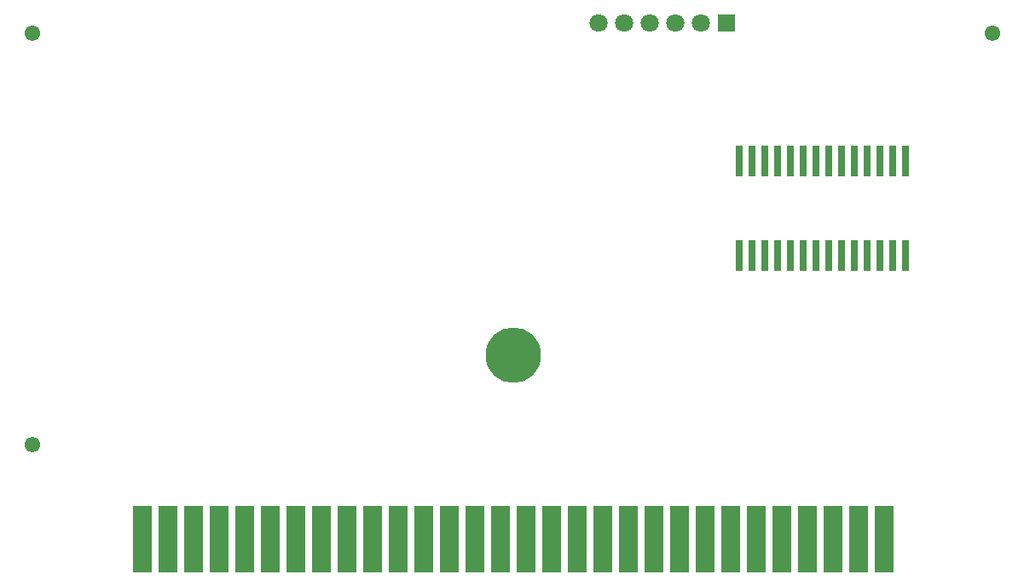
<source format=gbr>
G04 DipTrace 4.0.0.5*
G04 BottomMask.gbr*
%MOIN*%
G04 #@! TF.FileFunction,Soldermask,Bot*
G04 #@! TF.Part,Single*
%ADD22C,0.045354*%
%ADD23C,0.061102*%
%ADD40C,0.216535*%
%ADD51R,0.027559X0.122047*%
%ADD63C,0.070866*%
%ADD67R,0.070866X0.070866*%
%ADD69R,0.074803X0.259843*%
%FSLAX26Y26*%
G04*
G70*
G90*
G75*
G01*
G04 BotMask*
%LPD*%
D23*
X481202Y2528076D3*
D3*
D22*
D3*
D23*
X4234325D3*
D3*
D22*
D3*
D23*
X481199Y918701D3*
D3*
D22*
D3*
D40*
X2362205Y1269685D3*
D69*
X912450Y549951D3*
X1012450D3*
X1112450D3*
X1212450D3*
X1312450D3*
X1412450D3*
X1512450D3*
X1612450D3*
X1712450D3*
X1812450D3*
X1912450D3*
X2012450D3*
X2112450D3*
X2212450D3*
X2312450D3*
X2412450D3*
X2512450D3*
X2612450D3*
X2712450D3*
X2812450D3*
X2912450D3*
X3012450D3*
X3112450D3*
X3212450D3*
X3312450D3*
X3412450D3*
X3512450D3*
X3612450D3*
X3712450D3*
X3812450D3*
D67*
X3193701Y2568701D3*
D63*
X3093701D3*
X2993701D3*
X2893701D3*
X2793701D3*
X2693701D3*
D51*
X3896825Y1658661D3*
X3846825D3*
X3796825D3*
X3746825D3*
X3696825D3*
X3646825D3*
X3596825D3*
X3546825D3*
X3496825D3*
X3446825D3*
X3396825D3*
X3346825D3*
X3296825D3*
X3246825D3*
Y2028740D3*
X3296825D3*
X3346825D3*
X3396825D3*
X3446825D3*
X3496825D3*
X3546825D3*
X3596825D3*
X3646825D3*
X3696825D3*
X3746825D3*
X3796825D3*
X3846825D3*
X3896825D3*
M02*

</source>
